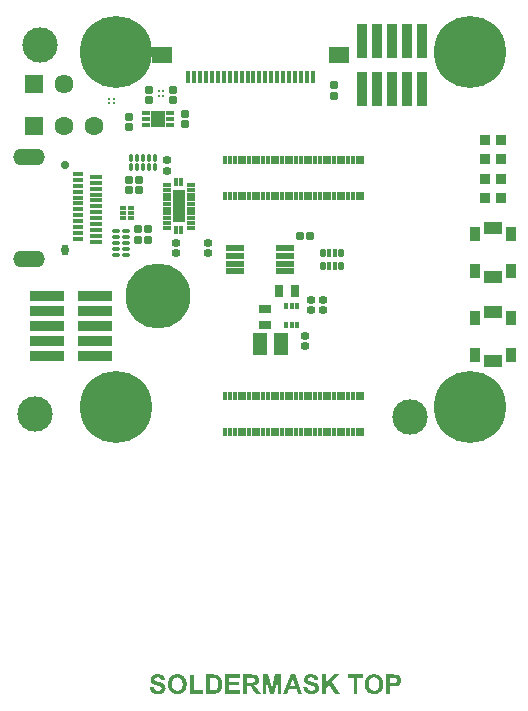
<source format=gts>
G04*
G04 #@! TF.GenerationSoftware,Altium Limited,Altium Designer,22.5.1 (42)*
G04*
G04 Layer_Color=8388736*
%FSLAX25Y25*%
%MOIN*%
G70*
G04*
G04 #@! TF.SameCoordinates,7D5A9487-70C0-458F-A832-C6248EDC6538*
G04*
G04*
G04 #@! TF.FilePolarity,Negative*
G04*
G01*
G75*
%ADD32C,0.00800*%
%ADD46C,0.01000*%
G04:AMPARAMS|DCode=49|XSize=23.68mil|YSize=27.62mil|CornerRadius=7.12mil|HoleSize=0mil|Usage=FLASHONLY|Rotation=90.000|XOffset=0mil|YOffset=0mil|HoleType=Round|Shape=RoundedRectangle|*
%AMROUNDEDRECTD49*
21,1,0.02368,0.01339,0,0,90.0*
21,1,0.00945,0.02762,0,0,90.0*
1,1,0.01424,0.00669,0.00472*
1,1,0.01424,0.00669,-0.00472*
1,1,0.01424,-0.00669,-0.00472*
1,1,0.01424,-0.00669,0.00472*
%
%ADD49ROUNDEDRECTD49*%
%ADD50R,0.03353X0.03550*%
%ADD51R,0.03300X0.11400*%
%ADD52R,0.11400X0.03300*%
%ADD53R,0.05124X0.07565*%
%ADD54R,0.01581X0.02270*%
%ADD55R,0.04094X0.02994*%
%ADD56R,0.02994X0.04094*%
G04:AMPARAMS|DCode=57|XSize=25.26mil|YSize=27.62mil|CornerRadius=7.53mil|HoleSize=0mil|Usage=FLASHONLY|Rotation=270.000|XOffset=0mil|YOffset=0mil|HoleType=Round|Shape=RoundedRectangle|*
%AMROUNDEDRECTD57*
21,1,0.02526,0.01257,0,0,270.0*
21,1,0.01021,0.02762,0,0,270.0*
1,1,0.01506,-0.00628,-0.00510*
1,1,0.01506,-0.00628,0.00510*
1,1,0.01506,0.00628,0.00510*
1,1,0.01506,0.00628,-0.00510*
%
%ADD57ROUNDEDRECTD57*%
G04:AMPARAMS|DCode=58|XSize=29.59mil|YSize=19.75mil|CornerRadius=5.94mil|HoleSize=0mil|Usage=FLASHONLY|Rotation=270.000|XOffset=0mil|YOffset=0mil|HoleType=Round|Shape=RoundedRectangle|*
%AMROUNDEDRECTD58*
21,1,0.02959,0.00787,0,0,270.0*
21,1,0.01772,0.01975,0,0,270.0*
1,1,0.01187,-0.00394,-0.00886*
1,1,0.01187,-0.00394,0.00886*
1,1,0.01187,0.00394,0.00886*
1,1,0.01187,0.00394,-0.00886*
%
%ADD58ROUNDEDRECTD58*%
G04:AMPARAMS|DCode=59|XSize=29.59mil|YSize=15.81mil|CornerRadius=4.95mil|HoleSize=0mil|Usage=FLASHONLY|Rotation=270.000|XOffset=0mil|YOffset=0mil|HoleType=Round|Shape=RoundedRectangle|*
%AMROUNDEDRECTD59*
21,1,0.02959,0.00591,0,0,270.0*
21,1,0.01968,0.01581,0,0,270.0*
1,1,0.00991,-0.00295,-0.00984*
1,1,0.00991,-0.00295,0.00984*
1,1,0.00991,0.00295,0.00984*
1,1,0.00991,0.00295,-0.00984*
%
%ADD59ROUNDEDRECTD59*%
G04:AMPARAMS|DCode=60|XSize=61.87mil|YSize=22.9mil|CornerRadius=4.36mil|HoleSize=0mil|Usage=FLASHONLY|Rotation=0.000|XOffset=0mil|YOffset=0mil|HoleType=Round|Shape=RoundedRectangle|*
%AMROUNDEDRECTD60*
21,1,0.06187,0.01417,0,0,0.0*
21,1,0.05315,0.02290,0,0,0.0*
1,1,0.00872,0.02657,-0.00709*
1,1,0.00872,-0.02657,-0.00709*
1,1,0.00872,-0.02657,0.00709*
1,1,0.00872,0.02657,0.00709*
%
%ADD60ROUNDEDRECTD60*%
%ADD61R,0.01575X0.04331*%
%ADD62R,0.06896X0.05518*%
%ADD63C,0.11811*%
%ADD64R,0.02762X0.01581*%
%ADD65R,0.04928X0.05518*%
G04:AMPARAMS|DCode=66|XSize=25.26mil|YSize=27.62mil|CornerRadius=7.53mil|HoleSize=0mil|Usage=FLASHONLY|Rotation=0.000|XOffset=0mil|YOffset=0mil|HoleType=Round|Shape=RoundedRectangle|*
%AMROUNDEDRECTD66*
21,1,0.02526,0.01257,0,0,0.0*
21,1,0.01021,0.02762,0,0,0.0*
1,1,0.01506,0.00510,-0.00628*
1,1,0.01506,-0.00510,-0.00628*
1,1,0.01506,-0.00510,0.00628*
1,1,0.01506,0.00510,0.00628*
%
%ADD66ROUNDEDRECTD66*%
%ADD67R,0.03937X0.01457*%
%ADD68R,0.03543X0.01457*%
G04:AMPARAMS|DCode=69|XSize=26.18mil|YSize=11.81mil|CornerRadius=3.94mil|HoleSize=0mil|Usage=FLASHONLY|Rotation=270.000|XOffset=0mil|YOffset=0mil|HoleType=Round|Shape=RoundedRectangle|*
%AMROUNDEDRECTD69*
21,1,0.02618,0.00394,0,0,270.0*
21,1,0.01831,0.01181,0,0,270.0*
1,1,0.00787,-0.00197,-0.00915*
1,1,0.00787,-0.00197,0.00915*
1,1,0.00787,0.00197,0.00915*
1,1,0.00787,0.00197,-0.00915*
%
%ADD69ROUNDEDRECTD69*%
G04:AMPARAMS|DCode=70|XSize=26.18mil|YSize=11.81mil|CornerRadius=2.95mil|HoleSize=0mil|Usage=FLASHONLY|Rotation=270.000|XOffset=0mil|YOffset=0mil|HoleType=Round|Shape=RoundedRectangle|*
%AMROUNDEDRECTD70*
21,1,0.02618,0.00591,0,0,270.0*
21,1,0.02028,0.01181,0,0,270.0*
1,1,0.00591,-0.00295,-0.01014*
1,1,0.00591,-0.00295,0.01014*
1,1,0.00591,0.00295,0.01014*
1,1,0.00591,0.00295,-0.01014*
%
%ADD70ROUNDEDRECTD70*%
G04:AMPARAMS|DCode=71|XSize=26.18mil|YSize=11.81mil|CornerRadius=3.94mil|HoleSize=0mil|Usage=FLASHONLY|Rotation=180.000|XOffset=0mil|YOffset=0mil|HoleType=Round|Shape=RoundedRectangle|*
%AMROUNDEDRECTD71*
21,1,0.02618,0.00394,0,0,180.0*
21,1,0.01831,0.01181,0,0,180.0*
1,1,0.00787,-0.00915,0.00197*
1,1,0.00787,0.00915,0.00197*
1,1,0.00787,0.00915,-0.00197*
1,1,0.00787,-0.00915,-0.00197*
%
%ADD71ROUNDEDRECTD71*%
G04:AMPARAMS|DCode=72|XSize=26.18mil|YSize=11.81mil|CornerRadius=2.95mil|HoleSize=0mil|Usage=FLASHONLY|Rotation=180.000|XOffset=0mil|YOffset=0mil|HoleType=Round|Shape=RoundedRectangle|*
%AMROUNDEDRECTD72*
21,1,0.02618,0.00591,0,0,180.0*
21,1,0.02028,0.01181,0,0,180.0*
1,1,0.00591,-0.01014,0.00295*
1,1,0.00591,0.01014,0.00295*
1,1,0.00591,0.01014,-0.00295*
1,1,0.00591,-0.01014,-0.00295*
%
%ADD72ROUNDEDRECTD72*%
%ADD73R,0.02054X0.01266*%
%ADD74R,0.05912X0.04140*%
%ADD75R,0.03353X0.04928*%
%ADD76R,0.01187X0.03156*%
G04:AMPARAMS|DCode=77|XSize=29.98mil|YSize=12.66mil|CornerRadius=3.08mil|HoleSize=0mil|Usage=FLASHONLY|Rotation=180.000|XOffset=0mil|YOffset=0mil|HoleType=Round|Shape=RoundedRectangle|*
%AMROUNDEDRECTD77*
21,1,0.02998,0.00650,0,0,180.0*
21,1,0.02382,0.01266,0,0,180.0*
1,1,0.00617,-0.01191,0.00325*
1,1,0.00617,0.01191,0.00325*
1,1,0.00617,0.01191,-0.00325*
1,1,0.00617,-0.01191,-0.00325*
%
%ADD77ROUNDEDRECTD77*%
%ADD78R,0.03943X0.11030*%
G04:AMPARAMS|DCode=79|XSize=12.66mil|YSize=29.98mil|CornerRadius=3.08mil|HoleSize=0mil|Usage=FLASHONLY|Rotation=180.000|XOffset=0mil|YOffset=0mil|HoleType=Round|Shape=RoundedRectangle|*
%AMROUNDEDRECTD79*
21,1,0.01266,0.02382,0,0,180.0*
21,1,0.00650,0.02998,0,0,180.0*
1,1,0.00617,-0.00325,0.01191*
1,1,0.00617,0.00325,0.01191*
1,1,0.00617,0.00325,-0.01191*
1,1,0.00617,-0.00325,-0.01191*
%
%ADD79ROUNDEDRECTD79*%
%ADD80R,0.06306X0.06306*%
%ADD81C,0.06306*%
%ADD82C,0.24022*%
%ADD83C,0.02880*%
%ADD84O,0.10636X0.05518*%
%ADD85O,0.02368X0.03747*%
%ADD86R,0.06337X0.06337*%
%ADD87C,0.06337*%
%ADD88C,0.21660*%
%ADD89C,0.03400*%
G36*
X51236Y-126058D02*
X51338Y-126067D01*
X51458Y-126077D01*
X51578Y-126095D01*
X51717Y-126114D01*
X52013Y-126178D01*
X52161Y-126225D01*
X52309Y-126271D01*
X52457Y-126336D01*
X52596Y-126410D01*
X52725Y-126493D01*
X52846Y-126585D01*
X52855Y-126595D01*
X52873Y-126613D01*
X52901Y-126641D01*
X52938Y-126678D01*
X52984Y-126733D01*
X53040Y-126798D01*
X53095Y-126872D01*
X53160Y-126955D01*
X53216Y-127057D01*
X53271Y-127159D01*
X53327Y-127279D01*
X53373Y-127409D01*
X53419Y-127538D01*
X53456Y-127686D01*
X53484Y-127834D01*
X53493Y-128001D01*
X52198Y-128047D01*
Y-128038D01*
Y-128028D01*
X52180Y-127964D01*
X52161Y-127880D01*
X52124Y-127779D01*
X52078Y-127658D01*
X52013Y-127547D01*
X51930Y-127436D01*
X51837Y-127344D01*
X51828Y-127335D01*
X51791Y-127307D01*
X51726Y-127270D01*
X51634Y-127233D01*
X51523Y-127196D01*
X51384Y-127159D01*
X51218Y-127131D01*
X51023Y-127122D01*
X50931D01*
X50829Y-127131D01*
X50709Y-127150D01*
X50570Y-127177D01*
X50422Y-127224D01*
X50283Y-127279D01*
X50154Y-127362D01*
X50145Y-127372D01*
X50126Y-127390D01*
X50089Y-127418D01*
X50052Y-127464D01*
X50015Y-127520D01*
X49978Y-127594D01*
X49960Y-127668D01*
X49950Y-127760D01*
Y-127769D01*
Y-127797D01*
X49960Y-127843D01*
X49978Y-127890D01*
X49997Y-127954D01*
X50024Y-128019D01*
X50071Y-128084D01*
X50135Y-128149D01*
X50145Y-128158D01*
X50191Y-128186D01*
X50219Y-128204D01*
X50265Y-128223D01*
X50311Y-128250D01*
X50376Y-128278D01*
X50450Y-128306D01*
X50533Y-128343D01*
X50635Y-128380D01*
X50737Y-128417D01*
X50866Y-128454D01*
X51005Y-128491D01*
X51153Y-128528D01*
X51319Y-128574D01*
X51329D01*
X51366Y-128583D01*
X51412Y-128593D01*
X51477Y-128611D01*
X51551Y-128630D01*
X51643Y-128657D01*
X51745Y-128685D01*
X51847Y-128713D01*
X52069Y-128787D01*
X52300Y-128861D01*
X52522Y-128944D01*
X52614Y-128990D01*
X52707Y-129037D01*
X52716D01*
X52725Y-129046D01*
X52781Y-129083D01*
X52864Y-129138D01*
X52966Y-129212D01*
X53077Y-129305D01*
X53197Y-129416D01*
X53317Y-129545D01*
X53419Y-129693D01*
X53428Y-129712D01*
X53456Y-129767D01*
X53502Y-129851D01*
X53549Y-129971D01*
X53595Y-130119D01*
X53641Y-130295D01*
X53669Y-130489D01*
X53678Y-130711D01*
Y-130720D01*
Y-130739D01*
Y-130766D01*
Y-130803D01*
X53669Y-130850D01*
X53660Y-130914D01*
X53641Y-131044D01*
X53604Y-131210D01*
X53549Y-131386D01*
X53465Y-131562D01*
X53364Y-131747D01*
Y-131756D01*
X53345Y-131765D01*
X53308Y-131821D01*
X53234Y-131913D01*
X53142Y-132015D01*
X53021Y-132135D01*
X52864Y-132246D01*
X52698Y-132357D01*
X52494Y-132459D01*
X52485D01*
X52466Y-132468D01*
X52439Y-132478D01*
X52392Y-132496D01*
X52337Y-132515D01*
X52272Y-132533D01*
X52198Y-132552D01*
X52115Y-132570D01*
X52013Y-132598D01*
X51911Y-132616D01*
X51671Y-132653D01*
X51403Y-132681D01*
X51107Y-132690D01*
X50986D01*
X50903Y-132681D01*
X50801Y-132672D01*
X50690Y-132663D01*
X50561Y-132644D01*
X50422Y-132616D01*
X50117Y-132552D01*
X49960Y-132505D01*
X49812Y-132459D01*
X49654Y-132394D01*
X49506Y-132320D01*
X49368Y-132237D01*
X49238Y-132135D01*
X49229Y-132126D01*
X49210Y-132108D01*
X49173Y-132080D01*
X49136Y-132034D01*
X49081Y-131969D01*
X49025Y-131895D01*
X48961Y-131812D01*
X48896Y-131719D01*
X48831Y-131608D01*
X48766Y-131488D01*
X48702Y-131349D01*
X48637Y-131201D01*
X48591Y-131044D01*
X48535Y-130868D01*
X48498Y-130683D01*
X48470Y-130489D01*
X49728Y-130369D01*
Y-130378D01*
X49738Y-130396D01*
Y-130433D01*
X49747Y-130470D01*
X49784Y-130581D01*
X49830Y-130720D01*
X49886Y-130877D01*
X49969Y-131035D01*
X50061Y-131173D01*
X50182Y-131303D01*
X50200Y-131312D01*
X50246Y-131349D01*
X50320Y-131395D01*
X50431Y-131451D01*
X50570Y-131506D01*
X50727Y-131553D01*
X50912Y-131590D01*
X51125Y-131599D01*
X51227D01*
X51338Y-131580D01*
X51477Y-131562D01*
X51625Y-131534D01*
X51782Y-131488D01*
X51930Y-131423D01*
X52059Y-131340D01*
X52078Y-131331D01*
X52115Y-131294D01*
X52161Y-131238D01*
X52226Y-131164D01*
X52281Y-131072D01*
X52337Y-130961D01*
X52374Y-130850D01*
X52383Y-130720D01*
Y-130711D01*
Y-130683D01*
X52374Y-130637D01*
X52365Y-130581D01*
X52346Y-130526D01*
X52328Y-130461D01*
X52291Y-130396D01*
X52244Y-130332D01*
X52235Y-130322D01*
X52217Y-130304D01*
X52189Y-130276D01*
X52143Y-130239D01*
X52078Y-130193D01*
X51995Y-130147D01*
X51902Y-130100D01*
X51782Y-130054D01*
X51773D01*
X51736Y-130036D01*
X51671Y-130017D01*
X51625Y-129999D01*
X51569Y-129989D01*
X51504Y-129971D01*
X51430Y-129943D01*
X51347Y-129925D01*
X51255Y-129897D01*
X51144Y-129869D01*
X51023Y-129841D01*
X50894Y-129804D01*
X50746Y-129767D01*
X50737D01*
X50700Y-129758D01*
X50644Y-129740D01*
X50579Y-129721D01*
X50496Y-129693D01*
X50394Y-129666D01*
X50293Y-129629D01*
X50172Y-129592D01*
X49932Y-129499D01*
X49701Y-129388D01*
X49580Y-129333D01*
X49479Y-129268D01*
X49377Y-129203D01*
X49294Y-129138D01*
X49284Y-129129D01*
X49266Y-129111D01*
X49238Y-129083D01*
X49201Y-129046D01*
X49155Y-128990D01*
X49109Y-128926D01*
X49053Y-128861D01*
X49007Y-128778D01*
X48896Y-128583D01*
X48803Y-128361D01*
X48766Y-128241D01*
X48739Y-128121D01*
X48720Y-127982D01*
X48711Y-127843D01*
Y-127834D01*
Y-127825D01*
Y-127797D01*
Y-127760D01*
X48729Y-127668D01*
X48748Y-127547D01*
X48776Y-127409D01*
X48822Y-127251D01*
X48887Y-127085D01*
X48979Y-126928D01*
Y-126918D01*
X48988Y-126909D01*
X49035Y-126854D01*
X49090Y-126780D01*
X49183Y-126687D01*
X49294Y-126585D01*
X49432Y-126474D01*
X49590Y-126373D01*
X49775Y-126280D01*
X49784D01*
X49802Y-126271D01*
X49830Y-126262D01*
X49867Y-126243D01*
X49923Y-126225D01*
X49978Y-126206D01*
X50052Y-126188D01*
X50135Y-126160D01*
X50320Y-126123D01*
X50533Y-126086D01*
X50774Y-126058D01*
X51042Y-126049D01*
X51153D01*
X51236Y-126058D01*
D02*
G37*
G36*
X56Y-126058D02*
X158Y-126067D01*
X278Y-126077D01*
X398Y-126095D01*
X537Y-126114D01*
X833Y-126178D01*
X981Y-126225D01*
X1129Y-126271D01*
X1277Y-126336D01*
X1416Y-126410D01*
X1545Y-126493D01*
X1665Y-126585D01*
X1675Y-126595D01*
X1693Y-126613D01*
X1721Y-126641D01*
X1758Y-126678D01*
X1804Y-126733D01*
X1860Y-126798D01*
X1915Y-126872D01*
X1980Y-126955D01*
X2035Y-127057D01*
X2091Y-127159D01*
X2146Y-127279D01*
X2193Y-127409D01*
X2239Y-127538D01*
X2276Y-127686D01*
X2304Y-127834D01*
X2313Y-128001D01*
X1018Y-128047D01*
Y-128038D01*
Y-128028D01*
X999Y-127964D01*
X981Y-127880D01*
X944Y-127779D01*
X898Y-127658D01*
X833Y-127547D01*
X750Y-127436D01*
X657Y-127344D01*
X648Y-127335D01*
X611Y-127307D01*
X546Y-127270D01*
X454Y-127233D01*
X343Y-127196D01*
X204Y-127159D01*
X37Y-127131D01*
X-157Y-127122D01*
X-249D01*
X-351Y-127131D01*
X-471Y-127150D01*
X-610Y-127177D01*
X-758Y-127224D01*
X-897Y-127279D01*
X-1026Y-127362D01*
X-1036Y-127372D01*
X-1054Y-127390D01*
X-1091Y-127418D01*
X-1128Y-127464D01*
X-1165Y-127520D01*
X-1202Y-127594D01*
X-1221Y-127668D01*
X-1230Y-127760D01*
Y-127769D01*
Y-127797D01*
X-1221Y-127843D01*
X-1202Y-127890D01*
X-1184Y-127954D01*
X-1156Y-128019D01*
X-1110Y-128084D01*
X-1045Y-128149D01*
X-1036Y-128158D01*
X-989Y-128186D01*
X-962Y-128204D01*
X-915Y-128223D01*
X-869Y-128250D01*
X-804Y-128278D01*
X-730Y-128306D01*
X-647Y-128343D01*
X-545Y-128380D01*
X-444Y-128417D01*
X-314Y-128454D01*
X-175Y-128491D01*
X-27Y-128528D01*
X139Y-128574D01*
X148D01*
X185Y-128583D01*
X232Y-128593D01*
X296Y-128611D01*
X370Y-128630D01*
X463Y-128657D01*
X565Y-128685D01*
X666Y-128713D01*
X888Y-128787D01*
X1120Y-128861D01*
X1342Y-128944D01*
X1434Y-128990D01*
X1527Y-129037D01*
X1536D01*
X1545Y-129046D01*
X1601Y-129083D01*
X1684Y-129138D01*
X1786Y-129212D01*
X1897Y-129305D01*
X2017Y-129416D01*
X2137Y-129545D01*
X2239Y-129693D01*
X2248Y-129712D01*
X2276Y-129767D01*
X2322Y-129851D01*
X2368Y-129971D01*
X2415Y-130119D01*
X2461Y-130295D01*
X2489Y-130489D01*
X2498Y-130711D01*
Y-130720D01*
Y-130739D01*
Y-130766D01*
Y-130803D01*
X2489Y-130850D01*
X2479Y-130914D01*
X2461Y-131044D01*
X2424Y-131210D01*
X2368Y-131386D01*
X2285Y-131562D01*
X2183Y-131747D01*
Y-131756D01*
X2165Y-131765D01*
X2128Y-131821D01*
X2054Y-131913D01*
X1961Y-132015D01*
X1841Y-132135D01*
X1684Y-132246D01*
X1517Y-132357D01*
X1314Y-132459D01*
X1305D01*
X1286Y-132468D01*
X1258Y-132478D01*
X1212Y-132496D01*
X1157Y-132515D01*
X1092Y-132533D01*
X1018Y-132552D01*
X935Y-132570D01*
X833Y-132598D01*
X731Y-132616D01*
X491Y-132653D01*
X222Y-132681D01*
X-74Y-132690D01*
X-194D01*
X-277Y-132681D01*
X-379Y-132672D01*
X-490Y-132663D01*
X-619Y-132644D01*
X-758Y-132616D01*
X-1063Y-132552D01*
X-1221Y-132505D01*
X-1369Y-132459D01*
X-1526Y-132394D01*
X-1674Y-132320D01*
X-1813Y-132237D01*
X-1942Y-132135D01*
X-1951Y-132126D01*
X-1970Y-132108D01*
X-2007Y-132080D01*
X-2044Y-132034D01*
X-2099Y-131969D01*
X-2155Y-131895D01*
X-2220Y-131812D01*
X-2284Y-131719D01*
X-2349Y-131608D01*
X-2414Y-131488D01*
X-2479Y-131349D01*
X-2543Y-131201D01*
X-2590Y-131044D01*
X-2645Y-130868D01*
X-2682Y-130683D01*
X-2710Y-130489D01*
X-1452Y-130369D01*
Y-130378D01*
X-1443Y-130396D01*
Y-130433D01*
X-1433Y-130470D01*
X-1396Y-130581D01*
X-1350Y-130720D01*
X-1295Y-130877D01*
X-1211Y-131035D01*
X-1119Y-131173D01*
X-999Y-131303D01*
X-980Y-131312D01*
X-934Y-131349D01*
X-860Y-131395D01*
X-749Y-131451D01*
X-610Y-131506D01*
X-453Y-131553D01*
X-268Y-131590D01*
X-55Y-131599D01*
X47D01*
X158Y-131580D01*
X296Y-131562D01*
X444Y-131534D01*
X602Y-131488D01*
X750Y-131423D01*
X879Y-131340D01*
X898Y-131331D01*
X935Y-131294D01*
X981Y-131238D01*
X1046Y-131164D01*
X1101Y-131072D01*
X1157Y-130961D01*
X1194Y-130850D01*
X1203Y-130720D01*
Y-130711D01*
Y-130683D01*
X1194Y-130637D01*
X1184Y-130581D01*
X1166Y-130526D01*
X1147Y-130461D01*
X1110Y-130396D01*
X1064Y-130332D01*
X1055Y-130322D01*
X1036Y-130304D01*
X1009Y-130276D01*
X962Y-130239D01*
X898Y-130193D01*
X814Y-130147D01*
X722Y-130100D01*
X602Y-130054D01*
X592D01*
X555Y-130036D01*
X491Y-130017D01*
X444Y-129999D01*
X389Y-129989D01*
X324Y-129971D01*
X250Y-129943D01*
X167Y-129925D01*
X74Y-129897D01*
X-37Y-129869D01*
X-157Y-129841D01*
X-286Y-129804D01*
X-434Y-129767D01*
X-444D01*
X-481Y-129758D01*
X-536Y-129740D01*
X-601Y-129721D01*
X-684Y-129693D01*
X-786Y-129666D01*
X-888Y-129629D01*
X-1008Y-129592D01*
X-1248Y-129499D01*
X-1480Y-129388D01*
X-1600Y-129333D01*
X-1702Y-129268D01*
X-1803Y-129203D01*
X-1887Y-129138D01*
X-1896Y-129129D01*
X-1914Y-129111D01*
X-1942Y-129083D01*
X-1979Y-129046D01*
X-2025Y-128990D01*
X-2072Y-128926D01*
X-2127Y-128861D01*
X-2173Y-128778D01*
X-2284Y-128583D01*
X-2377Y-128361D01*
X-2414Y-128241D01*
X-2442Y-128121D01*
X-2460Y-127982D01*
X-2469Y-127843D01*
Y-127834D01*
Y-127825D01*
Y-127797D01*
Y-127760D01*
X-2451Y-127668D01*
X-2432Y-127547D01*
X-2405Y-127409D01*
X-2358Y-127251D01*
X-2294Y-127085D01*
X-2201Y-126928D01*
Y-126918D01*
X-2192Y-126909D01*
X-2146Y-126854D01*
X-2090Y-126780D01*
X-1998Y-126687D01*
X-1887Y-126585D01*
X-1748Y-126474D01*
X-1591Y-126373D01*
X-1406Y-126280D01*
X-1396D01*
X-1378Y-126271D01*
X-1350Y-126262D01*
X-1313Y-126243D01*
X-1258Y-126225D01*
X-1202Y-126206D01*
X-1128Y-126188D01*
X-1045Y-126160D01*
X-860Y-126123D01*
X-647Y-126086D01*
X-407Y-126058D01*
X-138Y-126049D01*
X-27D01*
X56Y-126058D01*
D02*
G37*
G36*
X58016Y-128667D02*
X60560Y-132570D01*
X58886D01*
X57119Y-129564D01*
X56074Y-130637D01*
Y-132570D01*
X54779D01*
Y-126169D01*
X56074D01*
Y-129018D01*
X58701Y-126169D01*
X60440D01*
X58016Y-128667D01*
D02*
G37*
G36*
X41043Y-132570D02*
X39849D01*
X39840Y-127538D01*
X38582Y-132570D01*
X37333D01*
X36075Y-127538D01*
Y-132570D01*
X34882D01*
Y-126169D01*
X36815D01*
X37962Y-130544D01*
X39100Y-126169D01*
X41043D01*
Y-132570D01*
D02*
G37*
G36*
X78607Y-126178D02*
X78847D01*
X79106Y-126197D01*
X79365Y-126215D01*
X79476Y-126225D01*
X79587Y-126234D01*
X79680Y-126252D01*
X79754Y-126271D01*
X79763D01*
X79782Y-126280D01*
X79809Y-126289D01*
X79846Y-126299D01*
X79948Y-126345D01*
X80078Y-126400D01*
X80216Y-126484D01*
X80374Y-126595D01*
X80522Y-126733D01*
X80670Y-126900D01*
Y-126909D01*
X80688Y-126918D01*
X80707Y-126946D01*
X80725Y-126983D01*
X80762Y-127039D01*
X80790Y-127094D01*
X80827Y-127159D01*
X80864Y-127233D01*
X80929Y-127418D01*
X80993Y-127621D01*
X81030Y-127871D01*
X81049Y-128139D01*
Y-128149D01*
Y-128167D01*
Y-128195D01*
Y-128241D01*
X81040Y-128287D01*
Y-128352D01*
X81021Y-128482D01*
X80993Y-128639D01*
X80956Y-128815D01*
X80901Y-128981D01*
X80827Y-129138D01*
X80818Y-129157D01*
X80790Y-129203D01*
X80744Y-129277D01*
X80679Y-129370D01*
X80605Y-129462D01*
X80503Y-129573D01*
X80401Y-129675D01*
X80281Y-129767D01*
X80263Y-129777D01*
X80226Y-129804D01*
X80161Y-129841D01*
X80078Y-129888D01*
X79976Y-129943D01*
X79865Y-129989D01*
X79745Y-130036D01*
X79615Y-130073D01*
X79597D01*
X79569Y-130082D01*
X79532D01*
X79486Y-130091D01*
X79421Y-130100D01*
X79356Y-130110D01*
X79273D01*
X79190Y-130119D01*
X79088Y-130128D01*
X78977Y-130137D01*
X78857Y-130147D01*
X78727D01*
X78588Y-130156D01*
X77441D01*
Y-132570D01*
X76146D01*
Y-126169D01*
X78505D01*
X78607Y-126178D01*
D02*
G37*
G36*
X68349Y-127251D02*
X66462D01*
Y-132570D01*
X65167D01*
Y-127251D01*
X63270D01*
Y-126169D01*
X68349D01*
Y-127251D01*
D02*
G37*
G36*
X48119Y-132570D02*
X46722D01*
X46167Y-131118D01*
X43596D01*
X43068Y-132570D01*
X41699D01*
X44178Y-126169D01*
X45547D01*
X48119Y-132570D01*
D02*
G37*
G36*
X31413Y-126178D02*
X31515D01*
X31617Y-126188D01*
X31737D01*
X31978Y-126215D01*
X32227Y-126243D01*
X32459Y-126289D01*
X32560Y-126317D01*
X32653Y-126345D01*
X32662D01*
X32671Y-126354D01*
X32727Y-126382D01*
X32810Y-126428D01*
X32921Y-126484D01*
X33041Y-126576D01*
X33162Y-126678D01*
X33282Y-126807D01*
X33393Y-126965D01*
Y-126974D01*
X33402Y-126983D01*
X33421Y-127011D01*
X33439Y-127039D01*
X33485Y-127131D01*
X33541Y-127251D01*
X33587Y-127399D01*
X33633Y-127566D01*
X33670Y-127760D01*
X33680Y-127964D01*
Y-127973D01*
Y-127991D01*
Y-128038D01*
X33670Y-128084D01*
Y-128149D01*
X33661Y-128213D01*
X33624Y-128380D01*
X33578Y-128574D01*
X33504Y-128768D01*
X33393Y-128972D01*
X33328Y-129064D01*
X33254Y-129157D01*
X33245Y-129166D01*
X33236Y-129175D01*
X33208Y-129203D01*
X33171Y-129231D01*
X33134Y-129268D01*
X33078Y-129314D01*
X33014Y-129360D01*
X32940Y-129407D01*
X32856Y-129462D01*
X32755Y-129508D01*
X32653Y-129555D01*
X32542Y-129601D01*
X32412Y-129647D01*
X32283Y-129684D01*
X32144Y-129721D01*
X31987Y-129749D01*
X31996D01*
X32005Y-129758D01*
X32061Y-129795D01*
X32135Y-129841D01*
X32227Y-129906D01*
X32338Y-129989D01*
X32449Y-130073D01*
X32570Y-130174D01*
X32671Y-130285D01*
X32681Y-130295D01*
X32727Y-130341D01*
X32782Y-130415D01*
X32866Y-130526D01*
X32977Y-130665D01*
X33032Y-130757D01*
X33097Y-130850D01*
X33171Y-130951D01*
X33245Y-131062D01*
X33328Y-131192D01*
X33411Y-131321D01*
X34198Y-132570D01*
X32644D01*
X31719Y-131183D01*
X31709Y-131173D01*
X31700Y-131146D01*
X31672Y-131109D01*
X31635Y-131062D01*
X31598Y-131007D01*
X31552Y-130933D01*
X31450Y-130785D01*
X31330Y-130618D01*
X31219Y-130470D01*
X31117Y-130332D01*
X31071Y-130285D01*
X31034Y-130239D01*
X31025Y-130230D01*
X31006Y-130211D01*
X30969Y-130174D01*
X30923Y-130128D01*
X30858Y-130091D01*
X30794Y-130045D01*
X30720Y-130008D01*
X30646Y-129971D01*
X30636D01*
X30609Y-129962D01*
X30562Y-129943D01*
X30488Y-129934D01*
X30396Y-129915D01*
X30285Y-129906D01*
X30155Y-129897D01*
X29739D01*
Y-132570D01*
X28444D01*
Y-126169D01*
X31330D01*
X31413Y-126178D01*
D02*
G37*
G36*
X27223Y-127251D02*
X23773Y-127251D01*
Y-128667D01*
X26983Y-128667D01*
Y-129749D01*
X23773Y-129749D01*
Y-131488D01*
X27343Y-131488D01*
Y-132570D01*
X22478Y-132570D01*
Y-126169D01*
X27223Y-126169D01*
Y-127251D01*
D02*
G37*
G36*
X18648Y-126178D02*
X18824Y-126188D01*
X19018Y-126197D01*
X19222Y-126225D01*
X19416Y-126252D01*
X19592Y-126299D01*
X19601D01*
X19620Y-126308D01*
X19647Y-126317D01*
X19684Y-126326D01*
X19795Y-126373D01*
X19925Y-126437D01*
X20073Y-126521D01*
X20239Y-126622D01*
X20397Y-126743D01*
X20554Y-126891D01*
X20563D01*
X20572Y-126909D01*
X20619Y-126965D01*
X20693Y-127057D01*
X20776Y-127177D01*
X20878Y-127325D01*
X20979Y-127501D01*
X21081Y-127705D01*
X21164Y-127927D01*
Y-127936D01*
X21174Y-127954D01*
X21183Y-127991D01*
X21201Y-128038D01*
X21211Y-128093D01*
X21229Y-128167D01*
X21248Y-128250D01*
X21275Y-128343D01*
X21294Y-128445D01*
X21312Y-128565D01*
X21331Y-128685D01*
X21340Y-128824D01*
X21368Y-129111D01*
X21377Y-129434D01*
Y-129444D01*
Y-129471D01*
Y-129508D01*
Y-129564D01*
X21368Y-129638D01*
Y-129712D01*
X21359Y-129804D01*
X21349Y-129906D01*
X21331Y-130119D01*
X21294Y-130341D01*
X21238Y-130572D01*
X21174Y-130794D01*
Y-130803D01*
X21164Y-130822D01*
X21146Y-130859D01*
X21127Y-130914D01*
X21109Y-130970D01*
X21072Y-131035D01*
X20998Y-131201D01*
X20905Y-131377D01*
X20785Y-131571D01*
X20646Y-131756D01*
X20489Y-131932D01*
X20471Y-131950D01*
X20424Y-131987D01*
X20350Y-132043D01*
X20249Y-132117D01*
X20119Y-132200D01*
X19971Y-132283D01*
X19786Y-132367D01*
X19583Y-132441D01*
X19573D01*
X19564Y-132450D01*
X19536D01*
X19509Y-132459D01*
X19407Y-132478D01*
X19277Y-132505D01*
X19120Y-132533D01*
X18926Y-132552D01*
X18695Y-132561D01*
X18445Y-132570D01*
X16021D01*
Y-126169D01*
X18574D01*
X18648Y-126178D01*
D02*
G37*
G36*
X11877Y-131488D02*
X15096D01*
Y-132570D01*
X10582D01*
Y-126215D01*
X11877D01*
Y-131488D01*
D02*
G37*
G36*
X72150Y-126058D02*
X72243D01*
X72363Y-126077D01*
X72502Y-126095D01*
X72659Y-126123D01*
X72826Y-126160D01*
X73001Y-126206D01*
X73186Y-126262D01*
X73371Y-126336D01*
X73566Y-126419D01*
X73751Y-126521D01*
X73936Y-126641D01*
X74111Y-126780D01*
X74278Y-126937D01*
X74287Y-126946D01*
X74315Y-126974D01*
X74361Y-127029D01*
X74407Y-127094D01*
X74472Y-127187D01*
X74546Y-127298D01*
X74620Y-127427D01*
X74703Y-127575D01*
X74787Y-127732D01*
X74861Y-127917D01*
X74935Y-128121D01*
X74999Y-128334D01*
X75055Y-128574D01*
X75092Y-128824D01*
X75120Y-129092D01*
X75129Y-129379D01*
Y-129397D01*
Y-129444D01*
X75120Y-129527D01*
Y-129638D01*
X75101Y-129767D01*
X75083Y-129915D01*
X75055Y-130091D01*
X75027Y-130267D01*
X74981Y-130461D01*
X74925Y-130665D01*
X74851Y-130868D01*
X74768Y-131072D01*
X74676Y-131266D01*
X74555Y-131460D01*
X74426Y-131645D01*
X74278Y-131821D01*
X74269Y-131830D01*
X74241Y-131858D01*
X74195Y-131904D01*
X74121Y-131960D01*
X74037Y-132024D01*
X73936Y-132098D01*
X73815Y-132172D01*
X73686Y-132256D01*
X73529Y-132339D01*
X73362Y-132413D01*
X73177Y-132487D01*
X72974Y-132552D01*
X72761Y-132607D01*
X72530Y-132653D01*
X72289Y-132681D01*
X72030Y-132690D01*
X71965D01*
X71891Y-132681D01*
X71799Y-132672D01*
X71679Y-132663D01*
X71540Y-132644D01*
X71383Y-132616D01*
X71216Y-132579D01*
X71031Y-132533D01*
X70855Y-132478D01*
X70661Y-132404D01*
X70476Y-132320D01*
X70282Y-132228D01*
X70106Y-132108D01*
X69930Y-131978D01*
X69764Y-131821D01*
X69755Y-131812D01*
X69727Y-131784D01*
X69690Y-131728D01*
X69634Y-131664D01*
X69570Y-131571D01*
X69496Y-131460D01*
X69422Y-131340D01*
X69348Y-131192D01*
X69264Y-131035D01*
X69190Y-130850D01*
X69116Y-130655D01*
X69052Y-130443D01*
X68996Y-130211D01*
X68959Y-129962D01*
X68931Y-129693D01*
X68922Y-129416D01*
Y-129407D01*
Y-129370D01*
Y-129323D01*
X68931Y-129249D01*
Y-129166D01*
X68941Y-129074D01*
X68950Y-128963D01*
X68959Y-128842D01*
X68996Y-128583D01*
X69042Y-128306D01*
X69116Y-128028D01*
X69209Y-127769D01*
Y-127760D01*
X69218Y-127751D01*
X69237Y-127723D01*
X69246Y-127686D01*
X69301Y-127594D01*
X69366Y-127473D01*
X69449Y-127335D01*
X69551Y-127196D01*
X69671Y-127039D01*
X69801Y-126891D01*
X69810Y-126881D01*
X69819Y-126872D01*
X69866Y-126826D01*
X69949Y-126752D01*
X70051Y-126669D01*
X70171Y-126576D01*
X70310Y-126474D01*
X70467Y-126382D01*
X70633Y-126308D01*
X70643D01*
X70661Y-126299D01*
X70698Y-126280D01*
X70744Y-126271D01*
X70800Y-126243D01*
X70865Y-126225D01*
X70948Y-126206D01*
X71031Y-126178D01*
X71235Y-126132D01*
X71466Y-126086D01*
X71734Y-126058D01*
X72012Y-126049D01*
X72076D01*
X72150Y-126058D01*
D02*
G37*
G36*
X6559Y-126058D02*
X6651D01*
X6771Y-126077D01*
X6910Y-126095D01*
X7067Y-126123D01*
X7234Y-126160D01*
X7410Y-126206D01*
X7595Y-126262D01*
X7780Y-126336D01*
X7974Y-126419D01*
X8159Y-126521D01*
X8344Y-126641D01*
X8520Y-126780D01*
X8686Y-126937D01*
X8695Y-126946D01*
X8723Y-126974D01*
X8769Y-127029D01*
X8816Y-127094D01*
X8880Y-127187D01*
X8954Y-127298D01*
X9028Y-127427D01*
X9112Y-127575D01*
X9195Y-127732D01*
X9269Y-127917D01*
X9343Y-128121D01*
X9408Y-128334D01*
X9463Y-128574D01*
X9500Y-128824D01*
X9528Y-129092D01*
X9537Y-129379D01*
Y-129397D01*
Y-129444D01*
X9528Y-129527D01*
Y-129638D01*
X9509Y-129767D01*
X9491Y-129915D01*
X9463Y-130091D01*
X9435Y-130267D01*
X9389Y-130461D01*
X9334Y-130665D01*
X9260Y-130868D01*
X9176Y-131072D01*
X9084Y-131266D01*
X8964Y-131460D01*
X8834Y-131645D01*
X8686Y-131821D01*
X8677Y-131830D01*
X8649Y-131858D01*
X8603Y-131904D01*
X8529Y-131960D01*
X8446Y-132024D01*
X8344Y-132098D01*
X8224Y-132172D01*
X8094Y-132256D01*
X7937Y-132339D01*
X7770Y-132413D01*
X7585Y-132487D01*
X7382Y-132552D01*
X7169Y-132607D01*
X6938Y-132653D01*
X6697Y-132681D01*
X6438Y-132690D01*
X6374D01*
X6300Y-132681D01*
X6207Y-132672D01*
X6087Y-132663D01*
X5948Y-132644D01*
X5791Y-132616D01*
X5624Y-132579D01*
X5439Y-132533D01*
X5264Y-132478D01*
X5069Y-132404D01*
X4884Y-132320D01*
X4690Y-132228D01*
X4514Y-132108D01*
X4339Y-131978D01*
X4172Y-131821D01*
X4163Y-131812D01*
X4135Y-131784D01*
X4098Y-131728D01*
X4043Y-131664D01*
X3978Y-131571D01*
X3904Y-131460D01*
X3830Y-131340D01*
X3756Y-131192D01*
X3673Y-131035D01*
X3599Y-130850D01*
X3525Y-130655D01*
X3460Y-130443D01*
X3404Y-130211D01*
X3367Y-129962D01*
X3340Y-129693D01*
X3330Y-129416D01*
Y-129407D01*
Y-129370D01*
Y-129323D01*
X3340Y-129249D01*
Y-129166D01*
X3349Y-129074D01*
X3358Y-128963D01*
X3367Y-128842D01*
X3404Y-128583D01*
X3451Y-128306D01*
X3525Y-128028D01*
X3617Y-127769D01*
Y-127760D01*
X3626Y-127751D01*
X3645Y-127723D01*
X3654Y-127686D01*
X3710Y-127594D01*
X3774Y-127473D01*
X3858Y-127335D01*
X3959Y-127196D01*
X4080Y-127039D01*
X4209Y-126891D01*
X4218Y-126881D01*
X4228Y-126872D01*
X4274Y-126826D01*
X4357Y-126752D01*
X4459Y-126669D01*
X4579Y-126576D01*
X4718Y-126474D01*
X4875Y-126382D01*
X5042Y-126308D01*
X5051D01*
X5069Y-126299D01*
X5106Y-126280D01*
X5153Y-126271D01*
X5208Y-126243D01*
X5273Y-126225D01*
X5356Y-126206D01*
X5439Y-126178D01*
X5643Y-126132D01*
X5874Y-126086D01*
X6142Y-126058D01*
X6420Y-126049D01*
X6485D01*
X6559Y-126058D01*
D02*
G37*
%LPC*%
G36*
X78403Y-127251D02*
X77441D01*
Y-129074D01*
X78329D01*
X78394Y-129064D01*
X78561D01*
X78727Y-129055D01*
X78894Y-129037D01*
X79042Y-129009D01*
X79106Y-129000D01*
X79162Y-128981D01*
X79171Y-128972D01*
X79208Y-128963D01*
X79254Y-128935D01*
X79310Y-128907D01*
X79375Y-128861D01*
X79439Y-128805D01*
X79513Y-128741D01*
X79569Y-128667D01*
X79578Y-128657D01*
X79597Y-128630D01*
X79615Y-128583D01*
X79643Y-128519D01*
X79671Y-128445D01*
X79698Y-128361D01*
X79708Y-128269D01*
X79717Y-128167D01*
Y-128149D01*
Y-128112D01*
X79708Y-128047D01*
X79689Y-127964D01*
X79661Y-127871D01*
X79624Y-127769D01*
X79578Y-127677D01*
X79504Y-127584D01*
X79495Y-127575D01*
X79467Y-127547D01*
X79421Y-127510D01*
X79365Y-127464D01*
X79291Y-127409D01*
X79199Y-127362D01*
X79097Y-127325D01*
X78986Y-127298D01*
X78977D01*
X78940Y-127288D01*
X78875Y-127279D01*
X78783Y-127270D01*
X78662D01*
X78579Y-127261D01*
X78496D01*
X78403Y-127251D01*
D02*
G37*
G36*
X44854Y-127658D02*
X43984Y-130036D01*
X45751D01*
X44854Y-127658D01*
D02*
G37*
G36*
X31219Y-127251D02*
X29739D01*
Y-128879D01*
X30997D01*
X31182Y-128870D01*
X31376Y-128861D01*
X31571Y-128852D01*
X31654Y-128842D01*
X31728Y-128833D01*
X31802Y-128815D01*
X31848Y-128805D01*
X31857D01*
X31885Y-128787D01*
X31931Y-128768D01*
X31978Y-128741D01*
X32098Y-128657D01*
X32153Y-128602D01*
X32209Y-128537D01*
X32218Y-128528D01*
X32227Y-128500D01*
X32255Y-128463D01*
X32283Y-128408D01*
X32301Y-128334D01*
X32329Y-128250D01*
X32338Y-128158D01*
X32348Y-128056D01*
Y-128038D01*
Y-128001D01*
X32338Y-127945D01*
X32329Y-127871D01*
X32301Y-127788D01*
X32274Y-127705D01*
X32227Y-127612D01*
X32172Y-127538D01*
X32163Y-127529D01*
X32144Y-127501D01*
X32098Y-127473D01*
X32042Y-127427D01*
X31978Y-127381D01*
X31894Y-127344D01*
X31793Y-127307D01*
X31682Y-127279D01*
X31672D01*
X31645Y-127270D01*
X31589D01*
X31506Y-127261D01*
X31302D01*
X31219Y-127251D01*
D02*
G37*
G36*
X18158Y-127251D02*
X17316D01*
Y-131488D01*
X18454D01*
X18574Y-131479D01*
X18704D01*
X18833Y-131460D01*
X18954Y-131451D01*
X19055Y-131432D01*
X19074D01*
X19111Y-131414D01*
X19166Y-131395D01*
X19240Y-131368D01*
X19324Y-131331D01*
X19407Y-131284D01*
X19490Y-131229D01*
X19573Y-131164D01*
X19583Y-131155D01*
X19610Y-131127D01*
X19647Y-131081D01*
X19694Y-131016D01*
X19740Y-130933D01*
X19805Y-130831D01*
X19851Y-130702D01*
X19906Y-130554D01*
Y-130544D01*
X19916Y-130535D01*
Y-130507D01*
X19925Y-130470D01*
X19943Y-130433D01*
X19953Y-130378D01*
X19980Y-130239D01*
X19999Y-130073D01*
X20027Y-129878D01*
X20036Y-129638D01*
X20045Y-129379D01*
Y-129370D01*
Y-129342D01*
Y-129305D01*
Y-129259D01*
Y-129194D01*
X20036Y-129120D01*
X20027Y-128963D01*
X20008Y-128778D01*
X19990Y-128583D01*
X19953Y-128408D01*
X19906Y-128241D01*
Y-128232D01*
X19897Y-128223D01*
X19879Y-128176D01*
X19851Y-128102D01*
X19814Y-128010D01*
X19758Y-127917D01*
X19694Y-127816D01*
X19620Y-127714D01*
X19536Y-127621D01*
X19527Y-127612D01*
X19499Y-127584D01*
X19444Y-127547D01*
X19379Y-127501D01*
X19287Y-127446D01*
X19185Y-127399D01*
X19074Y-127353D01*
X18944Y-127316D01*
X18935D01*
X18889Y-127307D01*
X18815Y-127298D01*
X18713Y-127279D01*
X18648D01*
X18565Y-127270D01*
X18482D01*
X18389Y-127261D01*
X18278D01*
X18158Y-127251D01*
D02*
G37*
G36*
X72030Y-127150D02*
X71956D01*
X71901Y-127159D01*
X71827Y-127168D01*
X71753Y-127177D01*
X71568Y-127214D01*
X71364Y-127288D01*
X71253Y-127325D01*
X71142Y-127381D01*
X71040Y-127446D01*
X70929Y-127520D01*
X70828Y-127603D01*
X70735Y-127705D01*
X70726Y-127714D01*
X70717Y-127732D01*
X70689Y-127760D01*
X70661Y-127806D01*
X70624Y-127871D01*
X70587Y-127936D01*
X70541Y-128019D01*
X70495Y-128121D01*
X70448Y-128232D01*
X70402Y-128352D01*
X70365Y-128491D01*
X70328Y-128639D01*
X70300Y-128805D01*
X70273Y-128981D01*
X70263Y-129166D01*
X70254Y-129370D01*
Y-129379D01*
Y-129416D01*
Y-129471D01*
X70263Y-129545D01*
X70273Y-129638D01*
X70282Y-129749D01*
X70300Y-129860D01*
X70319Y-129989D01*
X70374Y-130258D01*
X70467Y-130526D01*
X70522Y-130665D01*
X70587Y-130794D01*
X70670Y-130914D01*
X70754Y-131025D01*
X70763Y-131035D01*
X70781Y-131053D01*
X70809Y-131081D01*
X70846Y-131109D01*
X70892Y-131155D01*
X70957Y-131201D01*
X71022Y-131257D01*
X71105Y-131303D01*
X71281Y-131414D01*
X71503Y-131497D01*
X71623Y-131534D01*
X71753Y-131562D01*
X71891Y-131580D01*
X72030Y-131590D01*
X72104D01*
X72160Y-131580D01*
X72224Y-131571D01*
X72298Y-131562D01*
X72474Y-131516D01*
X72678Y-131451D01*
X72779Y-131405D01*
X72890Y-131358D01*
X72992Y-131294D01*
X73103Y-131220D01*
X73205Y-131136D01*
X73297Y-131035D01*
X73307Y-131025D01*
X73316Y-131007D01*
X73344Y-130979D01*
X73371Y-130933D01*
X73418Y-130868D01*
X73455Y-130794D01*
X73501Y-130711D01*
X73547Y-130609D01*
X73593Y-130498D01*
X73640Y-130378D01*
X73686Y-130239D01*
X73723Y-130082D01*
X73751Y-129925D01*
X73778Y-129749D01*
X73788Y-129555D01*
X73797Y-129351D01*
Y-129342D01*
Y-129305D01*
Y-129249D01*
X73788Y-129166D01*
X73778Y-129074D01*
X73769Y-128972D01*
X73760Y-128852D01*
X73732Y-128731D01*
X73677Y-128463D01*
X73593Y-128186D01*
X73538Y-128047D01*
X73473Y-127927D01*
X73390Y-127806D01*
X73307Y-127695D01*
X73297Y-127686D01*
X73288Y-127668D01*
X73260Y-127649D01*
X73223Y-127612D01*
X73168Y-127566D01*
X73112Y-127520D01*
X73048Y-127473D01*
X72964Y-127418D01*
X72881Y-127372D01*
X72779Y-127325D01*
X72567Y-127233D01*
X72446Y-127196D01*
X72317Y-127177D01*
X72178Y-127159D01*
X72030Y-127150D01*
D02*
G37*
G36*
X6438Y-127150D02*
X6364D01*
X6309Y-127159D01*
X6235Y-127168D01*
X6161Y-127177D01*
X5976Y-127214D01*
X5772Y-127288D01*
X5661Y-127325D01*
X5550Y-127381D01*
X5449Y-127446D01*
X5338Y-127520D01*
X5236Y-127603D01*
X5143Y-127705D01*
X5134Y-127714D01*
X5125Y-127732D01*
X5097Y-127760D01*
X5069Y-127806D01*
X5032Y-127871D01*
X4995Y-127936D01*
X4949Y-128019D01*
X4903Y-128121D01*
X4857Y-128232D01*
X4810Y-128352D01*
X4773Y-128491D01*
X4736Y-128639D01*
X4709Y-128805D01*
X4681Y-128981D01*
X4672Y-129166D01*
X4662Y-129370D01*
Y-129379D01*
Y-129416D01*
Y-129471D01*
X4672Y-129545D01*
X4681Y-129638D01*
X4690Y-129749D01*
X4709Y-129860D01*
X4727Y-129989D01*
X4783Y-130258D01*
X4875Y-130526D01*
X4931Y-130665D01*
X4995Y-130794D01*
X5079Y-130914D01*
X5162Y-131025D01*
X5171Y-131035D01*
X5190Y-131053D01*
X5217Y-131081D01*
X5254Y-131109D01*
X5301Y-131155D01*
X5365Y-131201D01*
X5430Y-131257D01*
X5513Y-131303D01*
X5689Y-131414D01*
X5911Y-131497D01*
X6031Y-131534D01*
X6161Y-131562D01*
X6300Y-131580D01*
X6438Y-131590D01*
X6512D01*
X6568Y-131580D01*
X6633Y-131571D01*
X6707Y-131562D01*
X6882Y-131516D01*
X7086Y-131451D01*
X7188Y-131405D01*
X7299Y-131358D01*
X7400Y-131294D01*
X7511Y-131220D01*
X7613Y-131136D01*
X7706Y-131035D01*
X7715Y-131025D01*
X7724Y-131007D01*
X7752Y-130979D01*
X7780Y-130933D01*
X7826Y-130868D01*
X7863Y-130794D01*
X7909Y-130711D01*
X7955Y-130609D01*
X8002Y-130498D01*
X8048Y-130378D01*
X8094Y-130239D01*
X8131Y-130082D01*
X8159Y-129925D01*
X8187Y-129749D01*
X8196Y-129555D01*
X8205Y-129351D01*
Y-129342D01*
Y-129305D01*
Y-129249D01*
X8196Y-129166D01*
X8187Y-129074D01*
X8177Y-128972D01*
X8168Y-128852D01*
X8140Y-128731D01*
X8085Y-128463D01*
X8002Y-128186D01*
X7946Y-128047D01*
X7881Y-127927D01*
X7798Y-127806D01*
X7715Y-127695D01*
X7706Y-127686D01*
X7696Y-127668D01*
X7669Y-127649D01*
X7632Y-127612D01*
X7576Y-127566D01*
X7521Y-127520D01*
X7456Y-127473D01*
X7373Y-127418D01*
X7289Y-127372D01*
X7188Y-127325D01*
X6975Y-127233D01*
X6855Y-127196D01*
X6725Y-127177D01*
X6586Y-127159D01*
X6438Y-127150D01*
D02*
G37*
%LPD*%
D32*
X311Y68189D02*
D03*
X1689D02*
D03*
X311Y66811D02*
D03*
X1689D02*
D03*
D46*
X-14713Y65788D02*
D03*
Y64213D02*
D03*
X-16288Y65788D02*
D03*
Y64213D02*
D03*
D49*
X49000Y-13228D02*
D03*
Y-16771D02*
D03*
X55000Y-4772D02*
D03*
Y-1229D02*
D03*
X51000Y-1228D02*
D03*
Y-4771D02*
D03*
X16500Y14228D02*
D03*
Y17772D02*
D03*
X6151Y17703D02*
D03*
Y14160D02*
D03*
X3001Y41729D02*
D03*
Y45272D02*
D03*
D50*
X114273Y52001D02*
D03*
X108958D02*
D03*
X114179Y32517D02*
D03*
X108864D02*
D03*
X108895Y39001D02*
D03*
X114210D02*
D03*
X108864Y45501D02*
D03*
X114179Y45501D02*
D03*
D51*
X68000Y69000D02*
D03*
Y85000D02*
D03*
X73000Y69000D02*
D03*
Y85000D02*
D03*
X78000Y69000D02*
D03*
Y85000D02*
D03*
X83000Y69000D02*
D03*
Y85000D02*
D03*
X88000Y69000D02*
D03*
Y85000D02*
D03*
D52*
X-37000Y0D02*
D03*
X-21000D02*
D03*
X-37000Y-5000D02*
D03*
X-21000D02*
D03*
X-37000Y-10000D02*
D03*
X-21000D02*
D03*
X-37000Y-15000D02*
D03*
X-21000D02*
D03*
X-37000Y-20000D02*
D03*
X-21000D02*
D03*
D53*
X40886Y-16000D02*
D03*
X34114D02*
D03*
D54*
X46468Y-9799D02*
D03*
X44500D02*
D03*
X42531D02*
D03*
Y-3201D02*
D03*
X44500D02*
D03*
X46468D02*
D03*
D55*
X35500Y-9800D02*
D03*
Y-4200D02*
D03*
D56*
X40200Y1500D02*
D03*
X45800D02*
D03*
D57*
X58500Y66807D02*
D03*
Y70193D02*
D03*
X-3000Y68693D02*
D03*
Y65307D02*
D03*
X5000Y68693D02*
D03*
Y65307D02*
D03*
X-9700Y59693D02*
D03*
Y56307D02*
D03*
X9000Y57307D02*
D03*
Y60693D02*
D03*
X-6175Y35307D02*
D03*
Y38693D02*
D03*
X-9729Y35307D02*
D03*
Y38693D02*
D03*
D58*
X61149Y9834D02*
D03*
Y14165D02*
D03*
X54850D02*
D03*
Y9834D02*
D03*
D59*
X58984D02*
D03*
X57015Y14165D02*
D03*
X58984D02*
D03*
X57015Y9834D02*
D03*
D60*
X42465Y15839D02*
D03*
Y13280D02*
D03*
Y10721D02*
D03*
Y8161D02*
D03*
X25535D02*
D03*
Y10721D02*
D03*
Y13280D02*
D03*
Y15839D02*
D03*
D61*
X10161Y73000D02*
D03*
X12130D02*
D03*
X14098D02*
D03*
X16067D02*
D03*
X18035D02*
D03*
X20004D02*
D03*
X21972D02*
D03*
X23941D02*
D03*
X25909D02*
D03*
X27878D02*
D03*
X29847D02*
D03*
X31815D02*
D03*
X33784D02*
D03*
X35752D02*
D03*
X37721D02*
D03*
X39689D02*
D03*
X41658D02*
D03*
X43626D02*
D03*
X45594D02*
D03*
X47563D02*
D03*
X49531D02*
D03*
X51500D02*
D03*
D62*
X1205Y80480D02*
D03*
X60457D02*
D03*
D63*
X84000Y-40500D02*
D03*
X-41000Y-39500D02*
D03*
X-39500Y83500D02*
D03*
D64*
X4134Y57032D02*
D03*
Y60969D02*
D03*
X-4134D02*
D03*
Y59000D02*
D03*
Y57032D02*
D03*
X4134Y59000D02*
D03*
D65*
X0D02*
D03*
D66*
X50693Y20000D02*
D03*
X47307D02*
D03*
X-3451Y18734D02*
D03*
X-6837D02*
D03*
X-3451Y22288D02*
D03*
X-6837D02*
D03*
D67*
X-20521Y31831D02*
D03*
Y33799D02*
D03*
Y27894D02*
D03*
Y25925D02*
D03*
Y29862D02*
D03*
Y39705D02*
D03*
Y37736D02*
D03*
Y35768D02*
D03*
Y21988D02*
D03*
Y23957D02*
D03*
Y20020D02*
D03*
Y18051D02*
D03*
D68*
X-26820Y30846D02*
D03*
Y22972D02*
D03*
Y24941D02*
D03*
Y19035D02*
D03*
Y21004D02*
D03*
Y34783D02*
D03*
Y28878D02*
D03*
Y26909D02*
D03*
Y32815D02*
D03*
Y38720D02*
D03*
Y36752D02*
D03*
Y40689D02*
D03*
D69*
X-1063Y46144D02*
D03*
X-3032D02*
D03*
X-6968D02*
D03*
X-8937D02*
D03*
Y42856D02*
D03*
X-6968D02*
D03*
X-3032D02*
D03*
X-1063D02*
D03*
D70*
X-5000Y46144D02*
D03*
Y42856D02*
D03*
D71*
X-13919Y13621D02*
D03*
Y15589D02*
D03*
Y19526D02*
D03*
Y21495D02*
D03*
X-10631D02*
D03*
Y19526D02*
D03*
Y15589D02*
D03*
Y13621D02*
D03*
D72*
X-13919Y17558D02*
D03*
X-10631D02*
D03*
D73*
X-11554Y29240D02*
D03*
Y27665D02*
D03*
Y26091D02*
D03*
X-8995Y29240D02*
D03*
Y27665D02*
D03*
Y26091D02*
D03*
D74*
X111500Y-21669D02*
D03*
Y-5331D02*
D03*
Y22669D02*
D03*
Y6331D02*
D03*
D75*
X117504Y-19701D02*
D03*
Y-7299D02*
D03*
X105496D02*
D03*
Y-19701D02*
D03*
X117504Y8299D02*
D03*
Y20701D02*
D03*
X105496D02*
D03*
Y8299D02*
D03*
D76*
X68110Y33307D02*
D03*
Y45433D02*
D03*
X66535Y33307D02*
D03*
Y45433D02*
D03*
X64961Y33307D02*
D03*
Y45433D02*
D03*
X63386Y33307D02*
D03*
Y45433D02*
D03*
X61811Y33307D02*
D03*
Y45433D02*
D03*
X60236Y33307D02*
D03*
Y45433D02*
D03*
X58661Y33307D02*
D03*
Y45433D02*
D03*
X57087Y33307D02*
D03*
Y45433D02*
D03*
X55512Y33307D02*
D03*
Y45433D02*
D03*
X53937Y33307D02*
D03*
Y45433D02*
D03*
X52362Y33307D02*
D03*
Y45433D02*
D03*
X50787Y33307D02*
D03*
Y45433D02*
D03*
X49213Y33307D02*
D03*
Y45433D02*
D03*
X47638Y33307D02*
D03*
Y45433D02*
D03*
X46063Y33307D02*
D03*
Y45433D02*
D03*
X44488Y33307D02*
D03*
Y45433D02*
D03*
X42913Y33307D02*
D03*
Y45433D02*
D03*
X41339Y33307D02*
D03*
Y45433D02*
D03*
X39764Y33307D02*
D03*
Y45433D02*
D03*
X38189Y33307D02*
D03*
Y45433D02*
D03*
X36614Y33307D02*
D03*
Y45433D02*
D03*
X35039Y33307D02*
D03*
Y45433D02*
D03*
X33465Y33307D02*
D03*
Y45433D02*
D03*
X31890Y33307D02*
D03*
Y45433D02*
D03*
X30315Y33307D02*
D03*
Y45433D02*
D03*
X28740Y33307D02*
D03*
Y45433D02*
D03*
X27165Y33307D02*
D03*
Y45433D02*
D03*
X25591Y33307D02*
D03*
Y45433D02*
D03*
X24016Y33307D02*
D03*
Y45433D02*
D03*
X22441Y33307D02*
D03*
Y45433D02*
D03*
X50787Y-33307D02*
D03*
X49213D02*
D03*
X47638D02*
D03*
X46063D02*
D03*
X44488D02*
D03*
X68110Y-45433D02*
D03*
Y-33307D02*
D03*
X66535Y-45433D02*
D03*
Y-33307D02*
D03*
X64961Y-45433D02*
D03*
Y-33307D02*
D03*
X63386Y-45433D02*
D03*
Y-33307D02*
D03*
X61811Y-45433D02*
D03*
Y-33307D02*
D03*
X60236Y-45433D02*
D03*
Y-33307D02*
D03*
X58661Y-45433D02*
D03*
Y-33307D02*
D03*
X57087Y-45433D02*
D03*
Y-33307D02*
D03*
X55512Y-45433D02*
D03*
Y-33307D02*
D03*
X53937Y-45433D02*
D03*
Y-33307D02*
D03*
X52362Y-45433D02*
D03*
Y-33307D02*
D03*
X50787Y-45433D02*
D03*
X49213D02*
D03*
X47638D02*
D03*
X46063D02*
D03*
X44488D02*
D03*
X42913D02*
D03*
Y-33307D02*
D03*
X41339Y-45433D02*
D03*
Y-33307D02*
D03*
X39764Y-45433D02*
D03*
Y-33307D02*
D03*
X38189Y-45433D02*
D03*
Y-33307D02*
D03*
X36614Y-45433D02*
D03*
Y-33307D02*
D03*
X35039Y-45433D02*
D03*
Y-33307D02*
D03*
X33465Y-45433D02*
D03*
Y-33307D02*
D03*
X31890Y-45433D02*
D03*
Y-33307D02*
D03*
X30315Y-45433D02*
D03*
Y-33307D02*
D03*
X28740Y-45433D02*
D03*
Y-33307D02*
D03*
X27165Y-45433D02*
D03*
Y-33307D02*
D03*
X25591Y-45433D02*
D03*
Y-33307D02*
D03*
X24016Y-45433D02*
D03*
Y-33307D02*
D03*
X22441Y-45433D02*
D03*
Y-33307D02*
D03*
D77*
X2923Y25945D02*
D03*
Y22795D02*
D03*
Y24370D02*
D03*
Y27520D02*
D03*
Y32244D02*
D03*
Y29095D02*
D03*
Y30669D02*
D03*
Y36969D02*
D03*
Y33819D02*
D03*
Y35394D02*
D03*
X10954Y22795D02*
D03*
Y24370D02*
D03*
Y25945D02*
D03*
Y30669D02*
D03*
Y27520D02*
D03*
Y29095D02*
D03*
Y35394D02*
D03*
Y36969D02*
D03*
Y32244D02*
D03*
Y33819D02*
D03*
D78*
X6938Y29882D02*
D03*
D79*
X6151Y21929D02*
D03*
X7726D02*
D03*
Y37835D02*
D03*
X6151D02*
D03*
D80*
X-41500Y56532D02*
D03*
D81*
X-31500D02*
D03*
X-21500D02*
D03*
D82*
X-14111Y81202D02*
D03*
Y-36900D02*
D03*
X104000Y81202D02*
D03*
Y-36900D02*
D03*
D83*
X-31151Y43543D02*
D03*
D84*
X-43159Y46378D02*
D03*
Y12362D02*
D03*
D85*
X-30895Y15197D02*
D03*
D86*
X-41500Y70500D02*
D03*
D87*
X-31500D02*
D03*
D88*
X0Y0D02*
D03*
D89*
X5846Y-5846D02*
D03*
X-5846D02*
D03*
X0Y-8268D02*
D03*
X-5846Y5846D02*
D03*
X-8268Y0D02*
D03*
X0Y8268D02*
D03*
X5846Y5846D02*
D03*
X8268Y0D02*
D03*
M02*

</source>
